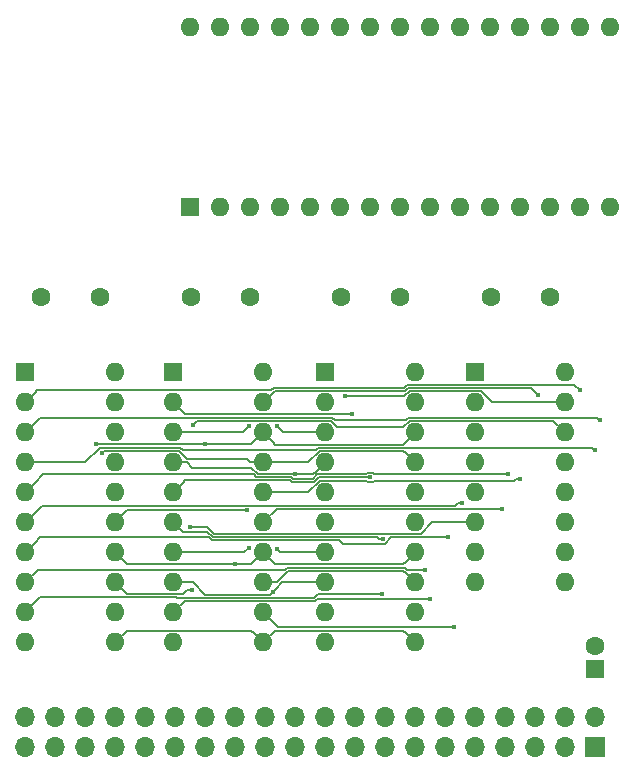
<source format=gbr>
G04 #@! TF.GenerationSoftware,KiCad,Pcbnew,(5.1.0-0)*
G04 #@! TF.CreationDate,2019-11-30T18:13:17-08:00*
G04 #@! TF.ProjectId,ArduinoSerialCard,41726475-696e-46f5-9365-7269616c4361,rev?*
G04 #@! TF.SameCoordinates,Original*
G04 #@! TF.FileFunction,Copper,L1,Top*
G04 #@! TF.FilePolarity,Positive*
%FSLAX46Y46*%
G04 Gerber Fmt 4.6, Leading zero omitted, Abs format (unit mm)*
G04 Created by KiCad (PCBNEW (5.1.0-0)) date 2019-11-30 18:13:17*
%MOMM*%
%LPD*%
G04 APERTURE LIST*
%ADD10O,1.600000X1.600000*%
%ADD11R,1.600000X1.600000*%
%ADD12C,1.600000*%
%ADD13O,1.700000X1.700000*%
%ADD14R,1.700000X1.700000*%
%ADD15C,0.450000*%
%ADD16C,0.127000*%
G04 APERTURE END LIST*
D10*
X120650000Y-101600000D03*
X113030000Y-124460000D03*
X120650000Y-104140000D03*
X113030000Y-121920000D03*
X120650000Y-106680000D03*
X113030000Y-119380000D03*
X120650000Y-109220000D03*
X113030000Y-116840000D03*
X120650000Y-111760000D03*
X113030000Y-114300000D03*
X120650000Y-114300000D03*
X113030000Y-111760000D03*
X120650000Y-116840000D03*
X113030000Y-109220000D03*
X120650000Y-119380000D03*
X113030000Y-106680000D03*
X120650000Y-121920000D03*
X113030000Y-104140000D03*
X120650000Y-124460000D03*
D11*
X113030000Y-101600000D03*
D10*
X146050000Y-101600000D03*
X138430000Y-124460000D03*
X146050000Y-104140000D03*
X138430000Y-121920000D03*
X146050000Y-106680000D03*
X138430000Y-119380000D03*
X146050000Y-109220000D03*
X138430000Y-116840000D03*
X146050000Y-111760000D03*
X138430000Y-114300000D03*
X146050000Y-114300000D03*
X138430000Y-111760000D03*
X146050000Y-116840000D03*
X138430000Y-109220000D03*
X146050000Y-119380000D03*
X138430000Y-106680000D03*
X146050000Y-121920000D03*
X138430000Y-104140000D03*
X146050000Y-124460000D03*
D11*
X138430000Y-101600000D03*
D10*
X133180000Y-101600000D03*
X125560000Y-124460000D03*
X133180000Y-104140000D03*
X125560000Y-121920000D03*
X133180000Y-106680000D03*
X125560000Y-119380000D03*
X133180000Y-109220000D03*
X125560000Y-116840000D03*
X133180000Y-111760000D03*
X125560000Y-114300000D03*
X133180000Y-114300000D03*
X125560000Y-111760000D03*
X133180000Y-116840000D03*
X125560000Y-109220000D03*
X133180000Y-119380000D03*
X125560000Y-106680000D03*
X133180000Y-121920000D03*
X125560000Y-104140000D03*
X133180000Y-124460000D03*
D11*
X125560000Y-101600000D03*
D10*
X158750000Y-101600000D03*
X151130000Y-119380000D03*
X158750000Y-104140000D03*
X151130000Y-116840000D03*
X158750000Y-106680000D03*
X151130000Y-114300000D03*
X158750000Y-109220000D03*
X151130000Y-111760000D03*
X158750000Y-111760000D03*
X151130000Y-109220000D03*
X158750000Y-114300000D03*
X151130000Y-106680000D03*
X158750000Y-116840000D03*
X151130000Y-104140000D03*
X158750000Y-119380000D03*
D11*
X151130000Y-101600000D03*
D12*
X161290000Y-124746000D03*
D11*
X161290000Y-126746000D03*
D12*
X114380000Y-95250000D03*
X119380000Y-95250000D03*
X139780000Y-95250000D03*
X144780000Y-95250000D03*
X127080000Y-95250000D03*
X132080000Y-95250000D03*
X152480000Y-95250000D03*
X157480000Y-95250000D03*
D13*
X113030000Y-130810000D03*
X113030000Y-133350000D03*
X115570000Y-130810000D03*
X115570000Y-133350000D03*
X118110000Y-130810000D03*
X118110000Y-133350000D03*
X120650000Y-130810000D03*
X120650000Y-133350000D03*
X123190000Y-130810000D03*
X123190000Y-133350000D03*
X125730000Y-130810000D03*
X125730000Y-133350000D03*
X128270000Y-130810000D03*
X128270000Y-133350000D03*
X130810000Y-130810000D03*
X130810000Y-133350000D03*
X133350000Y-130810000D03*
X133350000Y-133350000D03*
X135890000Y-130810000D03*
X135890000Y-133350000D03*
X138430000Y-130810000D03*
X138430000Y-133350000D03*
X140970000Y-130810000D03*
X140970000Y-133350000D03*
X143510000Y-130810000D03*
X143510000Y-133350000D03*
X146050000Y-130810000D03*
X146050000Y-133350000D03*
X148590000Y-130810000D03*
X148590000Y-133350000D03*
X151130000Y-130810000D03*
X151130000Y-133350000D03*
X153670000Y-130810000D03*
X153670000Y-133350000D03*
X156210000Y-130810000D03*
X156210000Y-133350000D03*
X158750000Y-130810000D03*
X158750000Y-133350000D03*
X161290000Y-130810000D03*
D14*
X161290000Y-133350000D03*
D10*
X162560000Y-72390000D03*
X162560000Y-87630000D03*
X127000000Y-72390000D03*
X160020000Y-87630000D03*
X129540000Y-72390000D03*
X157480000Y-87630000D03*
X132080000Y-72390000D03*
X154940000Y-87630000D03*
X134620000Y-72390000D03*
X152400000Y-87630000D03*
X137160000Y-72390000D03*
X149860000Y-87630000D03*
X139700000Y-72390000D03*
X147320000Y-87630000D03*
X142240000Y-72390000D03*
X144780000Y-87630000D03*
X144780000Y-72390000D03*
X142240000Y-87630000D03*
X147320000Y-72390000D03*
X139700000Y-87630000D03*
X149860000Y-72390000D03*
X137160000Y-87630000D03*
X152400000Y-72390000D03*
X134620000Y-87630000D03*
X154940000Y-72390000D03*
X132080000Y-87630000D03*
X157480000Y-72390000D03*
X129540000Y-87630000D03*
X160020000Y-72390000D03*
D11*
X127000000Y-87630000D03*
D15*
X118999000Y-107696000D03*
X128270000Y-107696000D03*
X119507000Y-108458000D03*
X127186011Y-120003988D03*
X130810000Y-117856000D03*
X131826000Y-113284000D03*
X134009002Y-120179914D03*
X131953000Y-116459000D03*
X134366000Y-116586000D03*
X135915499Y-110210501D03*
X131953000Y-106172000D03*
X134366000Y-106172000D03*
X127000000Y-114681000D03*
X161290000Y-108204000D03*
X161671000Y-105664000D03*
X160020000Y-103124000D03*
X156464000Y-103505000D03*
X154940000Y-110617000D03*
X153416000Y-113157000D03*
X149352000Y-123190000D03*
X147320000Y-120777000D03*
X143289614Y-115706011D03*
X143251758Y-120361490D03*
X142240000Y-110490000D03*
X146904490Y-118331643D03*
X140716000Y-105156000D03*
X148844000Y-115570000D03*
X149987000Y-112649000D03*
X153924000Y-110236000D03*
X140081000Y-103632000D03*
X127254000Y-106045000D03*
D16*
X133180000Y-106680000D02*
X132164000Y-107696000D01*
X128270000Y-107696000D02*
X118999000Y-107696000D01*
X132164000Y-107696000D02*
X128270000Y-107696000D01*
X146050000Y-106680000D02*
X145008523Y-107721477D01*
X134221477Y-107721477D02*
X133979999Y-107479999D01*
X133979999Y-107479999D02*
X133180000Y-106680000D01*
X145008523Y-107721477D02*
X134221477Y-107721477D01*
X133180000Y-109220000D02*
X132048630Y-109220000D01*
X132048630Y-109220000D02*
X131794619Y-108965989D01*
X126771931Y-108965989D02*
X126035441Y-108229499D01*
X119735501Y-108229499D02*
X119731999Y-108233001D01*
X131794619Y-108965989D02*
X126771931Y-108965989D01*
X126035441Y-108229499D02*
X119735501Y-108229499D01*
X119731999Y-108233001D02*
X119507000Y-108458000D01*
X121640501Y-120370501D02*
X126390499Y-120370501D01*
X126390499Y-120370501D02*
X126757012Y-120003988D01*
X120650000Y-119380000D02*
X121640501Y-120370501D01*
X126757012Y-120003988D02*
X126867813Y-120003988D01*
X126867813Y-120003988D02*
X127186011Y-120003988D01*
X145059499Y-108229499D02*
X145250001Y-108420001D01*
X133180000Y-109220000D02*
X136964058Y-109220000D01*
X137954559Y-108229499D02*
X145059499Y-108229499D01*
X145250001Y-108420001D02*
X146050000Y-109220000D01*
X136964058Y-109220000D02*
X137954559Y-108229499D01*
X132164000Y-117856000D02*
X133180000Y-116840000D01*
X130810000Y-117856000D02*
X132164000Y-117856000D01*
X121666000Y-117856000D02*
X120650000Y-116840000D01*
X130810000Y-117856000D02*
X121666000Y-117856000D01*
X145250001Y-117639999D02*
X146050000Y-116840000D01*
X145059499Y-117830501D02*
X145250001Y-117639999D01*
X134170501Y-117830501D02*
X145059499Y-117830501D01*
X133180000Y-116840000D02*
X134170501Y-117830501D01*
X121666000Y-113284000D02*
X131826000Y-113284000D01*
X120650000Y-114300000D02*
X121666000Y-113284000D01*
X145059499Y-118389499D02*
X145250001Y-118580001D01*
X135301871Y-118389499D02*
X145059499Y-118389499D01*
X133180000Y-119380000D02*
X134311370Y-119380000D01*
X145250001Y-118580001D02*
X146050000Y-119380000D01*
X134311370Y-119380000D02*
X135301871Y-118389499D01*
X127254000Y-119380000D02*
X128278913Y-120404913D01*
X133784003Y-120404913D02*
X134009002Y-120179914D01*
X138430000Y-119380000D02*
X134808916Y-119380000D01*
X134808916Y-119380000D02*
X134234001Y-119954915D01*
X134234001Y-119954915D02*
X134009002Y-120179914D01*
X128278913Y-120404913D02*
X133784003Y-120404913D01*
X125560000Y-119380000D02*
X127254000Y-119380000D01*
X131572000Y-116840000D02*
X131953000Y-116459000D01*
X125560000Y-116840000D02*
X131572000Y-116840000D01*
X134620000Y-116840000D02*
X138430000Y-116840000D01*
X134366000Y-116586000D02*
X134620000Y-116840000D01*
X137630001Y-110019999D02*
X138430000Y-109220000D01*
X132189499Y-109695441D02*
X132704559Y-110210501D01*
X127166811Y-109695441D02*
X132189499Y-109695441D01*
X126691370Y-109220000D02*
X127166811Y-109695441D01*
X125560000Y-109220000D02*
X126691370Y-109220000D01*
X137439499Y-110210501D02*
X137630001Y-110019999D01*
X132704559Y-110210501D02*
X135915499Y-110210501D01*
X135915499Y-110210501D02*
X137439499Y-110210501D01*
X131445000Y-106680000D02*
X131953000Y-106172000D01*
X125560000Y-106680000D02*
X131445000Y-106680000D01*
X134874000Y-106680000D02*
X138430000Y-106680000D01*
X134366000Y-106172000D02*
X134874000Y-106680000D01*
X146525441Y-115290501D02*
X129057499Y-115290501D01*
X147515942Y-114300000D02*
X146525441Y-115290501D01*
X151130000Y-114300000D02*
X147515942Y-114300000D01*
X128447998Y-114681000D02*
X127000000Y-114681000D01*
X129057499Y-115290501D02*
X128447998Y-114681000D01*
X137620834Y-108204000D02*
X126369167Y-108204000D01*
X161290000Y-108204000D02*
X161061488Y-107975488D01*
X161061488Y-107975488D02*
X137849345Y-107975488D01*
X126140655Y-107975488D02*
X119374568Y-107975488D01*
X137849345Y-107975488D02*
X137620834Y-108204000D01*
X126369167Y-108204000D02*
X126140655Y-107975488D01*
X119374568Y-107975488D02*
X118130056Y-109220000D01*
X114161370Y-109220000D02*
X113030000Y-109220000D01*
X118130056Y-109220000D02*
X114161370Y-109220000D01*
X145469345Y-105435488D02*
X145240834Y-105664000D01*
X145240834Y-105664000D02*
X139239166Y-105664000D01*
X161671000Y-105664000D02*
X161442488Y-105435488D01*
X139239166Y-105664000D02*
X139010655Y-105435488D01*
X161442488Y-105435488D02*
X145469345Y-105435488D01*
X114274512Y-105435488D02*
X113829999Y-105880001D01*
X139010655Y-105435488D02*
X114274512Y-105435488D01*
X113829999Y-105880001D02*
X113030000Y-106680000D01*
X113829999Y-103340001D02*
X113030000Y-104140000D01*
X114046000Y-103124000D02*
X113829999Y-103340001D01*
X134065287Y-102895488D02*
X133836776Y-103124000D01*
X160020000Y-103124000D02*
X159537477Y-102641477D01*
X133836776Y-103124000D02*
X114046000Y-103124000D01*
X145364131Y-102641477D02*
X145110120Y-102895488D01*
X159537477Y-102641477D02*
X145364131Y-102641477D01*
X145110120Y-102895488D02*
X134065287Y-102895488D01*
X133979999Y-103340001D02*
X133180000Y-104140000D01*
X156464000Y-103505000D02*
X155854488Y-102895488D01*
X145469345Y-102895488D02*
X145215335Y-103149499D01*
X155854488Y-102895488D02*
X145469345Y-102895488D01*
X134170501Y-103149499D02*
X133979999Y-103340001D01*
X145215335Y-103149499D02*
X134170501Y-103149499D01*
X142040559Y-110905501D02*
X142439441Y-110905501D01*
X154559000Y-110617000D02*
X154621802Y-110617000D01*
X133180000Y-111760000D02*
X136967674Y-111760000D01*
X142575443Y-110769499D02*
X154406501Y-110769499D01*
X154621802Y-110617000D02*
X154940000Y-110617000D01*
X141904557Y-110769499D02*
X142040559Y-110905501D01*
X137958175Y-110769499D02*
X141904557Y-110769499D01*
X154406501Y-110769499D02*
X154559000Y-110617000D01*
X136967674Y-111760000D02*
X137958175Y-110769499D01*
X142439441Y-110905501D02*
X142575443Y-110769499D01*
X134323000Y-113157000D02*
X133180000Y-114300000D01*
X153416000Y-113157000D02*
X134323000Y-113157000D01*
X134450000Y-123190000D02*
X133180000Y-121920000D01*
X149352000Y-123190000D02*
X134450000Y-123190000D01*
X133664454Y-120938512D02*
X133655441Y-120929499D01*
X133655441Y-120929499D02*
X126550501Y-120929499D01*
X137751450Y-120777000D02*
X137589938Y-120938512D01*
X126550501Y-120929499D02*
X125560000Y-121920000D01*
X137589938Y-120938512D02*
X133664454Y-120938512D01*
X147320000Y-120777000D02*
X137751450Y-120777000D01*
X125560000Y-114300000D02*
X126359999Y-115099999D01*
X128456775Y-115099999D02*
X128926785Y-115570009D01*
X142835414Y-115570009D02*
X142971416Y-115706011D01*
X126359999Y-115099999D02*
X128456775Y-115099999D01*
X128926785Y-115570009D02*
X142835414Y-115570009D01*
X142971416Y-115706011D02*
X143289614Y-115706011D01*
X114299989Y-120650011D02*
X113030000Y-121920000D01*
X125856989Y-120650011D02*
X114299989Y-120650011D01*
X125882466Y-120675488D02*
X125856989Y-120650011D01*
X133769668Y-120684501D02*
X133760655Y-120675488D01*
X137484724Y-120684501D02*
X133769668Y-120684501D01*
X142912289Y-120382761D02*
X137786464Y-120382761D01*
X133760655Y-120675488D02*
X125882466Y-120675488D01*
X142933560Y-120361490D02*
X142912289Y-120382761D01*
X137786464Y-120382761D02*
X137484724Y-120684501D01*
X143251758Y-120361490D02*
X142933560Y-120361490D01*
X137878450Y-110490000D02*
X137488437Y-110880013D01*
X142240000Y-110490000D02*
X137878450Y-110490000D01*
X126359999Y-110960001D02*
X125560000Y-111760000D01*
X137488437Y-110880013D02*
X135610844Y-110880013D01*
X135449355Y-110718523D02*
X126601477Y-110718523D01*
X135610844Y-110880013D02*
X135449355Y-110718523D01*
X126601477Y-110718523D02*
X126359999Y-110960001D01*
X113030000Y-119380000D02*
X114078357Y-118331643D01*
X146586292Y-118331643D02*
X146904490Y-118331643D01*
X114078357Y-118331643D02*
X135000502Y-118331643D01*
X135000502Y-118331643D02*
X135196657Y-118135488D01*
X135196657Y-118135488D02*
X145164713Y-118135488D01*
X145360867Y-118331643D02*
X146586292Y-118331643D01*
X145164713Y-118135488D02*
X145360867Y-118331643D01*
X126576000Y-105156000D02*
X125560000Y-104140000D01*
X140716000Y-105156000D02*
X126576000Y-105156000D01*
X114300000Y-115570000D02*
X113829999Y-116040001D01*
X113829999Y-116040001D02*
X113030000Y-116840000D01*
X128567551Y-115570000D02*
X114300000Y-115570000D01*
X139616546Y-115824020D02*
X128821571Y-115824020D01*
X148844000Y-115570000D02*
X144040569Y-115570000D01*
X143489056Y-116121513D02*
X139914039Y-116121513D01*
X139914039Y-116121513D02*
X139616546Y-115824020D01*
X128821571Y-115824020D02*
X128567551Y-115570000D01*
X144040569Y-115570000D02*
X143489056Y-116121513D01*
X149668802Y-112649000D02*
X149449304Y-112868498D01*
X149987000Y-112649000D02*
X149668802Y-112649000D01*
X131626558Y-112868498D02*
X131621057Y-112873999D01*
X149449304Y-112868498D02*
X131626558Y-112868498D01*
X113829999Y-113500001D02*
X113030000Y-114300000D01*
X131621057Y-112873999D02*
X114456001Y-112873999D01*
X114456001Y-112873999D02*
X113829999Y-113500001D01*
X132599345Y-110464512D02*
X132370834Y-110236000D01*
X142439441Y-110074499D02*
X142040559Y-110074499D01*
X132370834Y-110236000D02*
X114554000Y-110236000D01*
X153924000Y-110236000D02*
X142600942Y-110236000D01*
X142600942Y-110236000D02*
X142439441Y-110074499D01*
X137773224Y-110236000D02*
X137383222Y-110626002D01*
X137383222Y-110626002D02*
X135716058Y-110626002D01*
X141879058Y-110236000D02*
X137773224Y-110236000D01*
X113829999Y-110960001D02*
X113030000Y-111760000D01*
X114554000Y-110236000D02*
X113829999Y-110960001D01*
X135554568Y-110464512D02*
X132599345Y-110464512D01*
X142040559Y-110074499D02*
X141879058Y-110236000D01*
X135716058Y-110626002D02*
X135554568Y-110464512D01*
X132189499Y-123469499D02*
X132380001Y-123660001D01*
X132380001Y-123660001D02*
X133180000Y-124460000D01*
X121640501Y-123469499D02*
X132189499Y-123469499D01*
X120650000Y-124460000D02*
X121640501Y-123469499D01*
X134170501Y-123469499D02*
X145059499Y-123469499D01*
X145250001Y-123660001D02*
X146050000Y-124460000D01*
X145059499Y-123469499D02*
X145250001Y-123660001D01*
X133180000Y-124460000D02*
X134170501Y-123469499D01*
X145092058Y-103632000D02*
X140081000Y-103632000D01*
X151605441Y-103149499D02*
X145574559Y-103149499D01*
X152595942Y-104140000D02*
X151605441Y-103149499D01*
X158750000Y-104140000D02*
X152595942Y-104140000D01*
X145574559Y-103149499D02*
X145092058Y-103632000D01*
X127609501Y-105689499D02*
X127254000Y-106045000D01*
X138905441Y-105689499D02*
X127609501Y-105689499D01*
X139420501Y-106204559D02*
X138905441Y-105689499D01*
X145574559Y-105689499D02*
X145059499Y-106204559D01*
X157759499Y-105689499D02*
X145574559Y-105689499D01*
X158750000Y-106680000D02*
X157759499Y-105689499D01*
X145059499Y-106204559D02*
X139420501Y-106204559D01*
M02*

</source>
